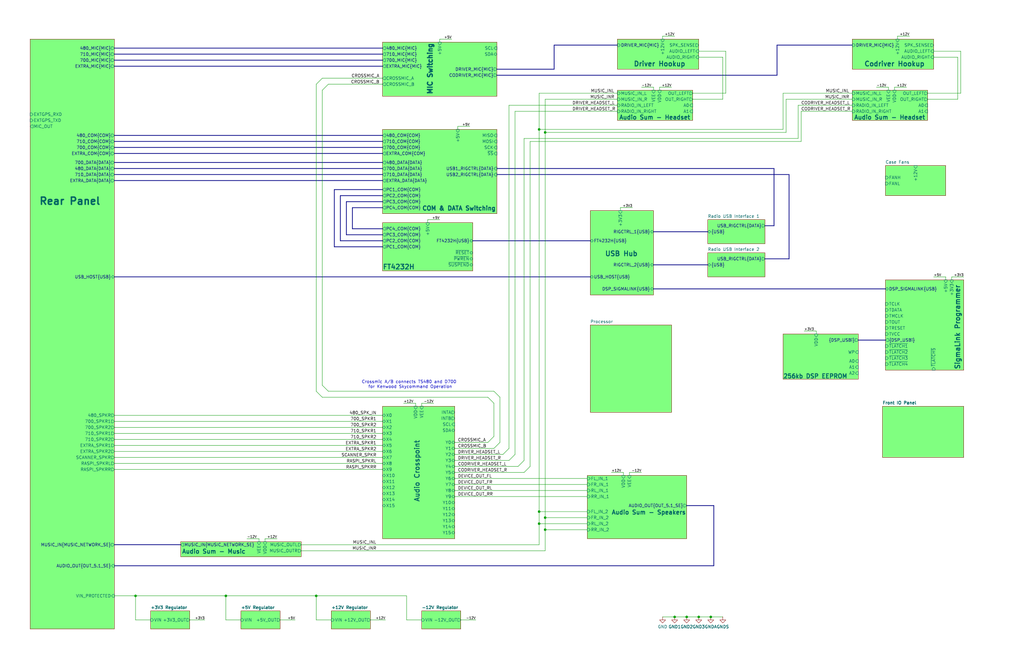
<source format=kicad_sch>
(kicad_sch (version 20250114) (generator "eeschema") (generator_version "9.0")
  (paper "B")
  (lib_symbols
    (symbol "power:GND" (power) (pin_numbers (hide yes)) (pin_names (offset 0) (hide yes))
      (property "Value" "GND" (at 0 -3.81 0))
      (symbol "GND_0_1"
        (polyline (pts (xy 0 0) (xy 0 -1.27) (xy 1.27 -1.27) (xy 0 -2.54) (xy -1.27 -1.27) (xy 0 -1.27)))
      )
      (symbol "GND_1_1"
        (pin power_in line (at 0 0 270) (length 0) (name "~") (number "1"))
      )
    )
    (symbol "power:GND1" (power) (pin_numbers (hide yes)) (pin_names (offset 0) (hide yes))
      (property "Value" "GND1" (at 0 -3.81 0))
      (symbol "GND1_0_1"
        (polyline (pts (xy 0 0) (xy 0 -1.27) (xy 1.27 -1.27) (xy 0 -2.54) (xy -1.27 -1.27) (xy 0 -1.27)))
      )
      (symbol "GND1_1_1"
        (pin power_in line (at 0 0 270) (length 0) (name "~") (number "1"))
      )
    )
    (symbol "power:GND2" (power) (pin_numbers (hide yes)) (pin_names (offset 0) (hide yes))
      (property "Value" "GND2" (at 0 -3.81 0))
      (symbol "GND2_0_1"
        (polyline (pts (xy 0 0) (xy 0 -1.27) (xy 1.27 -1.27) (xy 0 -2.54) (xy -1.27 -1.27) (xy 0 -1.27)))
      )
      (symbol "GND2_1_1"
        (pin power_in line (at 0 0 270) (length 0) (name "~") (number "1"))
      )
    )
    (symbol "power:GND3" (power) (pin_numbers (hide yes)) (pin_names (offset 0) (hide yes))
      (property "Value" "GND3" (at 0 -3.81 0))
      (symbol "GND3_0_1"
        (polyline (pts (xy 0 0) (xy 0 -1.27) (xy 1.27 -1.27) (xy 0 -2.54) (xy -1.27 -1.27) (xy 0 -1.27)))
      )
      (symbol "GND3_1_1"
        (pin power_in line (at 0 0 270) (length 0) (name "~") (number "1"))
      )
    )
    (symbol "power:GNDA" (power) (pin_numbers (hide yes)) (pin_names (offset 0) (hide yes))
      (property "Value" "GNDA" (at 0 -3.81 0))
      (symbol "GNDA_0_1"
        (polyline (pts (xy 0 0) (xy 0 -1.27) (xy 1.27 -1.27) (xy 0 -2.54) (xy -1.27 -1.27) (xy 0 -1.27)))
      )
      (symbol "GNDA_1_1"
        (pin power_in line (at 0 0 270) (length 0) (name "~") (number "1"))
      )
    )
    (symbol "power:GNDS" (power) (pin_numbers (hide yes)) (pin_names (offset 0) (hide yes))
      (property "Value" "GNDS" (at 0 -3.81 0))
      (symbol "GNDS_0_1"
        (polyline (pts (xy 0 0) (xy 0 -1.27) (xy 1.27 -1.27) (xy 0 -2.54) (xy -1.27 -1.27) (xy 0 -1.27)))
      )
      (symbol "GNDS_1_1"
        (pin power_in line (at 0 0 270) (length 0) (name "~") (number "1"))
      )
    )
  )
  (bus_alias "DSP_USBi" (members "TSCL" "TSDA" "~{RESET}"))
  (bus_alias "MUSIC_NETWORK_SE" (members "HL" "HR" "ML" "MR" "LL" "LR"))
  (text "0x34" (at 397.256 306.832 0) (effects (font (size 2.54 2.54) (thickness 0.508) (bold yes))))
  (text "Crossmic A/B connects TS480 and D700 \nfor Kenwood Skycommand Operation" (at 172.974 162.306 0) (effects (font (size 1.27 1.27))))
  (text "0x35" (at 317.246 306.578 0) (effects (font (size 2.54 2.54) (thickness 0.508) (bold yes))))
  (junction (at 229.87 55.88))
  (junction (at 57.15 251.46))
  (junction (at 331.47 281.94))
  (junction (at 229.87 223.52))
  (junction (at 227.33 215.9))
  (junction (at 133.35 251.46))
  (junction (at 294.64 260.35))
  (junction (at 289.56 260.35))
  (junction (at 227.33 54.61))
  (junction (at 299.72 260.35))
  (junction (at 389.89 303.53))
  (junction (at 95.25 251.46))
  (junction (at 411.48 281.94))
  (junction (at 229.87 218.44))
  (junction (at 284.48 260.35))
  (junction (at 227.33 220.98))
  (bus_entry (at 138.43 35.56) (size -2.54 2.54))
  (bus_entry (at 133.35 165.1) (size 2.54 2.54))
  (bus_entry (at 205.74 167.64) (size 2.54 2.54))
  (bus_entry (at 217.17 191.77) (size -2.54 2.54))
  (bus_entry (at 135.89 162.56) (size 2.54 2.54))
  (bus_entry (at 210.82 186.69) (size -2.54 2.54))
  (bus_entry (at 208.28 184.15) (size -2.54 2.54))
  (bus_entry (at 214.63 189.23) (size -2.54 2.54))
  (bus_entry (at 208.28 165.1) (size 2.54 2.54))
  (bus_entry (at 220.98 194.31) (size -2.54 2.54))
  (bus_entry (at 223.52 196.85) (size -2.54 2.54))
  (bus_entry (at 135.89 33.02) (size -2.54 2.54))
  (wire (pts (xy 48.26 180.34) (xy 161.29 180.34)))
  (bus (pts (xy 143.51 101.6) (xy 143.51 82.55)))
  (wire (pts (xy 265.43 199.39) (xy 270.51 199.39)))
  (wire (pts (xy 210.82 167.64) (xy 210.82 186.69)))
  (wire (pts (xy 109.22 227.33) (xy 104.14 227.33)))
  (wire (pts (xy 86.36 261.62) (xy 80.01 261.62)))
  (wire (pts (xy 48.26 251.46) (xy 57.15 251.46)))
  (bus (pts (xy 199.39 101.6) (xy 248.92 101.6)))
  (wire (pts (xy 48.26 193.04) (xy 161.29 193.04)))
  (wire (pts (xy 306.07 39.37) (xy 306.07 21.59)))
  (wire (pts (xy 309.88 303.53) (xy 312.42 303.53)))
  (bus (pts (xy 275.59 97.79) (xy 298.45 97.79)))
  (wire (pts (xy 175.26 170.18) (xy 170.18 170.18)))
  (wire (pts (xy 229.87 218.44) (xy 247.65 218.44)))
  (bus (pts (xy 48.26 68.58) (xy 161.29 68.58)))
  (bus (pts (xy 140.97 104.14) (xy 140.97 80.01)))
  (wire (pts (xy 344.17 139.7) (xy 344.17 140.97)))
  (bus (pts (xy 48.26 116.84) (xy 248.92 116.84)))
  (wire (pts (xy 374.65 36.83) (xy 369.57 36.83)))
  (wire (pts (xy 133.35 35.56) (xy 133.35 165.1)))
  (wire (pts (xy 111.76 227.33) (xy 111.76 228.6)))
  (wire (pts (xy 229.87 41.91) (xy 260.35 41.91)))
  (bus (pts (xy 275.59 111.76) (xy 298.45 111.76)))
  (wire (pts (xy 294.64 260.35) (xy 299.72 260.35)))
  (bus (pts (xy 161.29 104.14) (xy 140.97 104.14)))
  (bus (pts (xy 161.29 96.52) (xy 148.59 96.52)))
  (wire (pts (xy 411.48 281.94) (xy 416.56 281.94)))
  (wire (pts (xy 223.52 59.69) (xy 223.52 196.85)))
  (wire (pts (xy 330.2 39.37) (xy 330.2 54.61)))
  (wire (pts (xy 275.59 36.83) (xy 275.59 38.1)))
  (bus (pts (xy 359.41 19.05) (xy 327.66 19.05)))
  (wire (pts (xy 411.48 281.94) (xy 411.48 283.21)))
  (wire (pts (xy 214.63 44.45) (xy 260.35 44.45)))
  (wire (pts (xy 227.33 220.98) (xy 227.33 229.87)))
  (wire (pts (xy 403.86 41.91) (xy 403.86 24.13)))
  (wire (pts (xy 360.68 294.64) (xy 392.43 294.64)))
  (wire (pts (xy 261.62 87.63) (xy 261.62 88.9)))
  (wire (pts (xy 138.43 165.1) (xy 208.28 165.1)))
  (bus (pts (xy 373.38 143.51) (xy 361.95 143.51)))
  (wire (pts (xy 185.42 16.51) (xy 185.42 17.78)))
  (bus (pts (xy 148.59 87.63) (xy 161.29 87.63)))
  (wire (pts (xy 180.34 92.71) (xy 180.34 93.98)))
  (wire (pts (xy 306.07 21.59) (xy 294.64 21.59)))
  (wire (pts (xy 162.56 261.62) (xy 156.21 261.62)))
  (wire (pts (xy 391.16 39.37) (xy 405.13 39.37)))
  (wire (pts (xy 265.43 199.39) (xy 265.43 200.66)))
  (wire (pts (xy 336.55 58.42) (xy 336.55 44.45)))
  (wire (pts (xy 279.4 15.24) (xy 279.4 16.51)))
  (bus (pts (xy 48.26 20.32) (xy 161.29 20.32)))
  (wire (pts (xy 261.62 87.63) (xy 266.7 87.63)))
  (wire (pts (xy 389.89 303.53) (xy 392.43 303.53)))
  (wire (pts (xy 279.4 260.35) (xy 284.48 260.35)))
  (bus (pts (xy 233.68 19.05) (xy 233.68 29.21)))
  (wire (pts (xy 48.26 198.12) (xy 161.29 198.12)))
  (bus (pts (xy 326.39 95.25) (xy 326.39 71.12)))
  (wire (pts (xy 177.8 170.18) (xy 182.88 170.18)))
  (bus (pts (xy 161.29 99.06) (xy 146.05 99.06)))
  (wire (pts (xy 411.48 281.94) (xy 408.94 281.94)))
  (bus (pts (xy 48.26 71.12) (xy 161.29 71.12)))
  (wire (pts (xy 124.46 261.62) (xy 118.11 261.62)))
  (wire (pts (xy 284.48 260.35) (xy 289.56 260.35)))
  (bus (pts (xy 48.26 76.2) (xy 161.29 76.2)))
  (wire (pts (xy 227.33 215.9) (xy 227.33 220.98)))
  (wire (pts (xy 405.13 21.59) (xy 393.7 21.59)))
  (bus (pts (xy 48.26 27.94) (xy 161.29 27.94)))
  (bus (pts (xy 209.55 31.75) (xy 327.66 31.75)))
  (wire (pts (xy 191.77 189.23) (xy 208.28 189.23)))
  (wire (pts (xy 292.1 39.37) (xy 306.07 39.37)))
  (wire (pts (xy 133.35 261.62) (xy 139.7 261.62)))
  (wire (pts (xy 208.28 170.18) (xy 208.28 184.15)))
  (wire (pts (xy 279.4 15.24) (xy 284.48 15.24)))
  (wire (pts (xy 363.22 297.18) (xy 392.43 297.18)))
  (wire (pts (xy 262.89 199.39) (xy 257.81 199.39)))
  (bus (pts (xy 209.55 73.66) (xy 332.74 73.66)))
  (wire (pts (xy 228.6 294.64) (xy 312.42 294.64)))
  (wire (pts (xy 229.87 55.88) (xy 229.87 218.44)))
  (wire (pts (xy 48.26 175.26) (xy 161.29 175.26)))
  (bus (pts (xy 48.26 238.76) (xy 300.99 238.76)))
  (bus (pts (xy 209.55 29.21) (xy 233.68 29.21)))
  (wire (pts (xy 48.26 187.96) (xy 161.29 187.96)))
  (bus (pts (xy 48.26 59.69) (xy 161.29 59.69)))
  (wire (pts (xy 337.82 46.99) (xy 337.82 59.69)))
  (bus (pts (xy 300.99 238.76) (xy 300.99 213.36)))
  (wire (pts (xy 161.29 33.02) (xy 135.89 33.02)))
  (wire (pts (xy 389.89 300.99) (xy 389.89 303.53)))
  (wire (pts (xy 374.65 36.83) (xy 374.65 38.1)))
  (wire (pts (xy 336.55 44.45) (xy 359.41 44.45)))
  (wire (pts (xy 171.45 251.46) (xy 171.45 261.62)))
  (wire (pts (xy 191.77 199.39) (xy 220.98 199.39)))
  (wire (pts (xy 401.32 116.84) (xy 401.32 118.11)))
  (wire (pts (xy 220.98 58.42) (xy 336.55 58.42)))
  (wire (pts (xy 392.43 300.99) (xy 389.89 300.99)))
  (bus (pts (xy 332.74 73.66) (xy 332.74 109.22)))
  (wire (pts (xy 193.04 53.34) (xy 198.12 53.34)))
  (wire (pts (xy 177.8 170.18) (xy 177.8 171.45)))
  (wire (pts (xy 227.33 39.37) (xy 260.35 39.37)))
  (wire (pts (xy 48.26 190.5) (xy 161.29 190.5)))
  (wire (pts (xy 200.66 261.62) (xy 194.31 261.62)))
  (wire (pts (xy 262.89 199.39) (xy 262.89 200.66)))
  (wire (pts (xy 191.77 191.77) (xy 212.09 191.77)))
  (wire (pts (xy 331.47 281.94) (xy 336.55 281.94)))
  (wire (pts (xy 171.45 261.62) (xy 177.8 261.62)))
  (wire (pts (xy 331.47 55.88) (xy 229.87 55.88)))
  (wire (pts (xy 185.42 16.51) (xy 190.5 16.51)))
  (bus (pts (xy 143.51 82.55) (xy 161.29 82.55)))
  (wire (pts (xy 193.04 53.34) (xy 193.04 54.61)))
  (bus (pts (xy 146.05 99.06) (xy 146.05 85.09)))
  (wire (pts (xy 278.13 36.83) (xy 278.13 38.1)))
  (wire (pts (xy 57.15 261.62) (xy 57.15 251.46)))
  (wire (pts (xy 398.78 116.84) (xy 393.7 116.84)))
  (wire (pts (xy 48.26 177.8) (xy 161.29 177.8)))
  (bus (pts (xy 275.59 121.92) (xy 373.38 121.92)))
  (wire (pts (xy 378.46 15.24) (xy 378.46 16.51)))
  (wire (pts (xy 398.78 116.84) (xy 398.78 118.11)))
  (wire (pts (xy 403.86 24.13) (xy 393.7 24.13)))
  (wire (pts (xy 217.17 46.99) (xy 260.35 46.99)))
  (wire (pts (xy 95.25 261.62) (xy 101.6 261.62)))
  (bus (pts (xy 148.59 96.52) (xy 148.59 87.63)))
  (wire (pts (xy 289.56 260.35) (xy 294.64 260.35)))
  (wire (pts (xy 278.13 36.83) (xy 283.21 36.83)))
  (wire (pts (xy 227.33 54.61) (xy 227.33 39.37)))
  (wire (pts (xy 229.87 223.52) (xy 247.65 223.52)))
  (wire (pts (xy 95.25 251.46) (xy 133.35 251.46)))
  (wire (pts (xy 217.17 46.99) (xy 217.17 191.77)))
  (wire (pts (xy 307.34 300.99) (xy 312.42 300.99)))
  (wire (pts (xy 299.72 260.35) (xy 304.8 260.35)))
  (bus (pts (xy 300.99 213.36) (xy 289.56 213.36)))
  (wire (pts (xy 191.77 194.31) (xy 214.63 194.31)))
  (bus (pts (xy 161.29 101.6) (xy 143.51 101.6)))
  (wire (pts (xy 175.26 170.18) (xy 175.26 171.45)))
  (bus (pts (xy 48.26 25.4) (xy 161.29 25.4)))
  (wire (pts (xy 48.26 185.42) (xy 161.29 185.42)))
  (wire (pts (xy 331.47 281.94) (xy 331.47 283.21)))
  (wire (pts (xy 214.63 44.45) (xy 214.63 189.23)))
  (wire (pts (xy 330.2 54.61) (xy 227.33 54.61)))
  (wire (pts (xy 109.22 227.33) (xy 109.22 228.6)))
  (wire (pts (xy 229.87 223.52) (xy 229.87 232.41)))
  (wire (pts (xy 191.77 207.01) (xy 247.65 207.01)))
  (wire (pts (xy 220.98 58.42) (xy 220.98 194.31)))
  (bus (pts (xy 327.66 19.05) (xy 327.66 31.75)))
  (wire (pts (xy 328.93 281.94) (xy 328.93 283.21)))
  (wire (pts (xy 408.94 281.94) (xy 408.94 283.21)))
  (wire (pts (xy 48.26 195.58) (xy 161.29 195.58)))
  (wire (pts (xy 135.89 38.1) (xy 135.89 162.56)))
  (bus (pts (xy 326.39 71.12) (xy 209.55 71.12)))
  (wire (pts (xy 331.47 281.94) (xy 328.93 281.94)))
  (wire (pts (xy 63.5 261.62) (xy 57.15 261.62)))
  (wire (pts (xy 405.13 39.37) (xy 405.13 21.59)))
  (wire (pts (xy 304.8 24.13) (xy 294.64 24.13)))
  (wire (pts (xy 337.82 46.99) (xy 359.41 46.99)))
  (bus (pts (xy 322.58 95.25) (xy 326.39 95.25)))
  (wire (pts (xy 180.34 92.71) (xy 185.42 92.71)))
  (wire (pts (xy 227.33 54.61) (xy 227.33 215.9)))
  (wire (pts (xy 191.77 196.85) (xy 218.44 196.85)))
  (wire (pts (xy 227.33 215.9) (xy 247.65 215.9)))
  (wire (pts (xy 309.88 306.07) (xy 309.88 303.53)))
  (wire (pts (xy 292.1 41.91) (xy 304.8 41.91)))
  (wire (pts (xy 191.77 209.55) (xy 247.65 209.55)))
  (wire (pts (xy 401.32 116.84) (xy 406.4 116.84)))
  (wire (pts (xy 377.19 36.83) (xy 377.19 38.1)))
  (bus (pts (xy 260.35 19.05) (xy 233.68 19.05)))
  (bus (pts (xy 48.26 64.77) (xy 161.29 64.77)))
  (bus (pts (xy 332.74 109.22) (xy 322.58 109.22)))
  (bus (pts (xy 146.05 85.09) (xy 161.29 85.09)))
  (wire (pts (xy 95.25 251.46) (xy 95.25 261.62)))
  (wire (pts (xy 359.41 41.91) (xy 331.47 41.91)))
  (wire (pts (xy 191.77 204.47) (xy 247.65 204.47)))
  (bus (pts (xy 48.26 62.23) (xy 161.29 62.23)))
  (wire (pts (xy 391.16 41.91) (xy 403.86 41.91)))
  (bus (pts (xy 48.26 57.15) (xy 161.29 57.15)))
  (wire (pts (xy 304.8 41.91) (xy 304.8 24.13)))
  (wire (pts (xy 161.29 35.56) (xy 138.43 35.56)))
  (wire (pts (xy 127 232.41) (xy 229.87 232.41)))
  (wire (pts (xy 227.33 220.98) (xy 247.65 220.98)))
  (wire (pts (xy 344.17 139.7) (xy 339.09 139.7)))
  (wire (pts (xy 57.15 251.46) (xy 95.25 251.46)))
  (wire (pts (xy 359.41 39.37) (xy 330.2 39.37)))
  (bus (pts (xy 140.97 80.01) (xy 161.29 80.01)))
  (wire (pts (xy 228.6 297.18) (xy 312.42 297.18)))
  (wire (pts (xy 389.89 306.07) (xy 389.89 303.53)))
  (wire (pts (xy 331.47 41.91) (xy 331.47 55.88)))
  (wire (pts (xy 48.26 182.88) (xy 161.29 182.88)))
  (wire (pts (xy 133.35 251.46) (xy 133.35 261.62)))
  (wire (pts (xy 127 229.87) (xy 227.33 229.87)))
  (wire (pts (xy 337.82 59.69) (xy 223.52 59.69)))
  (wire (pts (xy 135.89 167.64) (xy 205.74 167.64)))
  (wire (pts (xy 229.87 218.44) (xy 229.87 223.52)))
  (wire (pts (xy 377.19 36.83) (xy 382.27 36.83)))
  (wire (pts (xy 229.87 41.91) (xy 229.87 55.88)))
  (wire (pts (xy 191.77 201.93) (xy 247.65 201.93)))
  (wire (pts (xy 133.35 251.46) (xy 171.45 251.46)))
  (bus (pts (xy 48.26 73.66) (xy 161.29 73.66)))
  (wire (pts (xy 378.46 15.24) (xy 383.54 15.24)))
  (wire (pts (xy 191.77 186.69) (xy 205.74 186.69)))
  (bus (pts (xy 48.26 22.86) (xy 161.29 22.86)))
  (wire (pts (xy 111.76 227.33) (xy 116.84 227.33)))
  (bus (pts (xy 48.26 229.87) (xy 76.2 229.87)))
  (wire (pts (xy 275.59 36.83) (xy 270.51 36.83)))
  (image (at 82.55 341.63))
  (image (at -111.76 157.48))
  (label "AUDIO_OUT_TODSP_RIGHT" (at 391.16 297.18 180))
  (label "CODRIVER_HEADSET_R" (at 193.04 199.39 0))
  (label "700_SPKR2" (at 158.75 180.34 180))
  (label "+5V" (at 124.46 261.62 180) (effects (font (size 1 1))))
  (label "CROSSMIC_A" (at 193.04 186.69 0))
  (label "+3V3" (at 339.09 139.7 0) (effects (font (size 1 1))))
  (label "DEVICE_OUT_FR" (at 193.04 204.47 0))
  (label "-12V" (at 104.14 227.33 0) (effects (font (size 1 1))))
  (label "710_SPKR1" (at 158.75 182.88 180))
  (label "MUSIC_INL" (at 158.75 229.87 180))
  (label "+3V3" (at 406.4 116.84 180) (effects (font (size 1 1))))
  (label "+5V" (at 307.34 300.99 0) (effects (font (size 1 1))))
  (label "AUDIO_OUT_TODSP_CENTER" (at 311.15 294.64 180))
  (label "CROSSMIC_A" (at 160.02 33.02 180))
  (label "+5V" (at 393.7 116.84 0) (effects (font (size 1 1))))
  (label "MUSIC_INR" (at 358.14 41.91 180))
  (label "+12V" (at 382.27 36.83 180) (effects (font (size 1 1))))
  (label "+5V" (at 190.5 16.51 180) (effects (font (size 1 1))))
  (label "480_SPK_IN" (at 158.75 175.26 180))
  (label "+12V" (at 170.18 170.18 0) (effects (font (size 1 1))))
  (label "DRIVER_HEADSET_R" (at 193.04 194.31 0))
  (label "DEVICE_OUT_FL" (at 193.04 201.93 0))
  (label "+12V" (at 116.84 227.33 180) (effects (font (size 1 1))))
  (label "-12V" (at 270.51 36.83 0) (effects (font (size 1 1))))
  (label "CODRIVER_HEADSET_L" (at 337.82 44.45 0))
  (label "+12V" (at 283.21 36.83 180) (effects (font (size 1 1))))
  (label "DRIVER_HEADSET_L" (at 193.04 191.77 0))
  (label "+3V3" (at 336.55 281.94 180) (effects (font (size 1 1))))
  (label "+5V" (at 185.42 92.71 180) (effects (font (size 1 1))))
  (label "+5V" (at 198.12 53.34 180) (effects (font (size 1 1))))
  (label "CODRIVER_HEADSET_L" (at 193.04 196.85 0))
  (label "-12V" (at 200.66 261.62 180) (effects (font (size 1 1))))
  (label "RASPI_SPKRR" (at 158.75 198.12 180))
  (label "SCANNER_SPKR" (at 158.75 193.04 180))
  (label "+12V" (at 257.81 199.39 0) (effects (font (size 1 1))))
  (label "+12V" (at 284.48 15.24 180) (effects (font (size 1 1))))
  (label "AUDIO_OUT_TODSP_LEFT" (at 391.16 294.64 180))
  (label "+3V3" (at 86.36 261.62 180) (effects (font (size 1 1))))
  (label "+3V3" (at 416.56 281.94 180) (effects (font (size 1 1))))
  (label "DRIVER_HEADSET_R" (at 241.3 46.99 0))
  (label "+12V" (at 383.54 15.24 180) (effects (font (size 1 1))))
  (label "AUDIO_OUT_TODSP_SUB" (at 311.15 297.18 180))
  (label "+12V" (at 162.56 261.62 180) (effects (font (size 1 1))))
  (label "-12V" (at 369.57 36.83 0) (effects (font (size 1 1))))
  (label "MUSIC_INR" (at 158.75 232.41 180))
  (label "-12V" (at 270.51 199.39 180) (effects (font (size 1 1))))
  (label "DEVICE_OUT_RL" (at 193.04 207.01 0))
  (label "MUSIC_INL" (at 259.08 39.37 180))
  (label "MUSIC_INR" (at 259.08 41.91 180))
  (label "CROSSMIC_B" (at 160.02 35.56 180))
  (label "CROSSMIC_B" (at 193.04 189.23 0))
  (label "MUSIC_INL" (at 358.14 39.37 180))
  (label "710_SPKR2" (at 158.75 185.42 180))
  (label "EXTRA_SPKR1" (at 158.75 187.96 180))
  (label "DRIVER_HEADSET_L" (at 241.3 44.45 0))
  (label "EXTRA_SPKR2" (at 158.75 190.5 180))
  (label "RASPI_SPKRL" (at 158.75 195.58 180))
  (label "-12V" (at 182.88 170.18 180) (effects (font (size 1 1))))
  (label "DEVICE_OUT_RR" (at 193.04 209.55 0))
  (label "+3V3" (at 266.7 87.63 180) (effects (font (size 1 1))))
  (label "CODRIVER_HEADSET_R" (at 337.82 46.99 0))
  (label "700_SPKR1" (at 158.75 177.8 180))
  (symbol (lib_id "power:GNDS") (at 304.8 260.35 0) (unit 1)
    (property "Reference" "#PWR0145" (effects (hide yes)))
    (property "Value" "GNDS" (at 304.8 264.4831 0))
    (property "Description" "Power symbol creates a global label with name \"GNDS\" , signal ground" (effects (hide yes)))
  )
  (symbol (lib_id "power:GNDA") (at 299.72 260.35 0) (unit 1)
    (property "Reference" "#PWR0144" (effects (hide yes)))
    (property "Value" "GNDA" (at 299.72 264.4831 0))
    (property "Description" "Power symbol creates a global label with name \"GNDA\" , analog ground" (effects (hide yes)))
  )
  (symbol (lib_id "power:GND") (at 309.88 306.07 0) (mirror y) (unit 1)
    (property "Reference" "#PWR0827" (effects (hide yes)))
    (property "Value" "GND" (effects (hide yes)))
    (property "Description" "Power symbol creates a global label with name \"GND\" , ground" (effects (hide yes)))
  )
  (symbol (lib_id "power:GND") (at 389.89 306.07 0) (mirror y) (unit 1)
    (property "Reference" "#PWR0826" (effects (hide yes)))
    (property "Value" "GND" (effects (hide yes)))
    (property "Description" "Power symbol creates a global label with name \"GND\" , ground" (effects (hide yes)))
  )
  (symbol (lib_id "power:GND2") (at 289.56 260.35 0) (unit 1)
    (property "Reference" "#PWR0142" (effects (hide yes)))
    (property "Value" "GND2" (at 289.56 264.4831 0))
    (property "Description" "Power symbol creates a global label with name \"GND2\" , ground" (effects (hide yes)))
  )
  (symbol (lib_id "power:GND3") (at 294.64 260.35 0) (unit 1)
    (property "Reference" "#PWR0143" (effects (hide yes)))
    (property "Value" "GND3" (at 294.64 264.4831 0))
    (property "Description" "Power symbol creates a global label with name \"GND3\" , ground" (effects (hide yes)))
  )
  (symbol (lib_id "power:GND1") (at 284.48 260.35 0) (unit 1)
    (property "Reference" "#PWR057" (effects (hide yes)))
    (property "Value" "GND1" (at 284.48 264.4831 0))
    (property "Description" "Power symbol creates a global label with name \"GND1\" , ground" (effects (hide yes)))
  )
  (symbol (lib_id "power:GND") (at 279.4 260.35 0) (unit 1)
    (property "Reference" "#PWR056" (effects (hide yes)))
    (property "Value" "GND" (at 279.4 264.4831 0))
    (property "Description" "Power symbol creates a global label with name \"GND\" , ground" (effects (hide yes)))
  )
  (sheet (at 161.29 17.78) (size 48.26 22.86) (stroke (width 0.1524)) (fill (color 128 255 128 1.0000))
    (property "Sheetname" "MIC Switching" (at 181.356 28.956 90) (effects (font (size 2.032 2.032) (thickness 0.508) (bold yes))))
    (property "Sheetfile" "MIC_SWITCHING.kicad_sch" (effects (hide yes)))
    (pin "+5V" input (at 185.42 17.78 90))
    (pin "480_MIC{MIC}" output (at 161.29 20.32 180))
    (pin "700_MIC{MIC}" output (at 161.29 25.4 180))
    (pin "710_MIC{MIC}" output (at 161.29 22.86 180))
    (pin "EXTRA_MIC{MIC}" output (at 161.29 27.94 180))
    (pin "CODRIVER_MIC{MIC}" output (at 209.55 31.75 0))
    (pin "DRIVER_MIC{MIC}" output (at 209.55 29.21 0))
    (pin "CROSSMIC_A" output (at 161.29 33.02 180))
    (pin "CROSSMIC_B" output (at 161.29 35.56 180))
    (pin "SCL" input (at 209.55 20.32 0))
    (pin "SDA" bidirectional (at 209.55 22.86 0))
  )
  (sheet (at 139.7 257.81) (size 16.51 7.62) (stroke (width 0.1524)) (fill (color 128 255 128 1.0000))
    (property "Sheetname" "+12V Regulator" (at 139.7 257.0984 0) (effects (font (thickness 0.254) (bold yes)) (justify left bottom)))
    (property "Sheetfile" "PSU_12V_R-78.kicad_sch" (effects (hide yes)))
    (pin "VIN" input (at 139.7 261.62 180))
    (pin "+12V_OUT" output (at 156.21 261.62 0))
  )
  (sheet (at 76.2 228.6) (size 50.8 6.35) (stroke (width 0.1524)) (fill (color 128 255 128 1.0000))
    (property "Sheetname" "Audio Sum - Music" (at 90.17 231.648 0) (effects (font (size 1.778 1.778) (thickness 0.3556) (bold yes)) (justify top)))
    (property "Sheetfile" "Audio_Sum_Music.kicad_sch" (effects (hide yes)))
    (pin "MUSIC_OUTL" output (at 127 229.87 0))
    (pin "MUSIC_OUTR" output (at 127 232.41 0))
    (pin "MUSIC_IN{MUSIC_NETWORK_SE}" output (at 76.2 229.87 180))
    (pin "VDD" input (at 111.76 228.6 90))
    (pin "VEE" input (at 109.22 228.6 90))
  )
  (sheet (at 260.35 16.51) (size 34.29 12.7) (stroke (width 0.1524)) (fill (color 128 255 128 1.0000))
    (property "Sheetname" "Driver Hookup" (at 278.13 26.924 0) (effects (font (size 2.032 2.032) (thickness 0.4064) (bold yes))))
    (property "Sheetfile" "Headset.kicad_sch" (effects (hide yes)))
    (pin "+12V" input (at 279.4 16.51 90))
    (pin "AUDIO_LEFT" input (at 294.64 21.59 0))
    (pin "AUDIO_RIGHT" input (at 294.64 24.13 0))
    (pin "SPK_SENSE" output (at 294.64 19.05 0))
    (pin "DRIVER_MIC{MIC}" input (at 260.35 19.05 180))
  )
  (sheet (at 312.42 283.21) (size 35.56 26.67) (stroke (width 0.1524)) (fill (color 128 255 128 1.0000))
    (property "Sheetname" "DSP - ADAU1401" (at 334.01 300.482 0) (effects (font (size 2.032 2.032) (thickness 0.4064) (bold yes))))
    (property "Sheetfile" "DSP_ADAU1701.kicad_sch" (effects (hide yes)))
    (pin "AIN0" input (at 312.42 294.64 180))
    (pin "AIN1" input (at 312.42 297.18 180))
    (pin "AVDD" input (at 328.93 283.21 90))
    (pin "DAC0_OUT" output (at 347.98 285.75 0))
    (pin "DAC1_OUT" output (at 347.98 288.29 0))
    (pin "DAC2_OUT" output (at 347.98 290.83 0))
    (pin "DAC3_OUT" output (at 347.98 293.37 0))
    (pin "DVDD" input (at 331.47 283.21 90))
    (pin "~{RESET}" input (at 312.42 290.83 180))
    (pin "A0" input (at 312.42 300.99 180))
    (pin "A1" input (at 312.42 303.53 180))
    (pin "CLATCH" input (at 312.42 287.02 180))
    (pin "{DSP_USBi}" output (at 312.42 284.48 180))
  )
  (sheet (at 298.45 106.68) (size 24.13 10.16) (stroke (width 0.1524)) (fill (color 128 255 128 1.0000))
    (property "Sheetname" "Radio USB Interface 2" (at 298.45 105.9684 0) (effects (justify left bottom)))
    (property "Sheetfile" "signalink.kicad_sch" (effects (hide yes)))
    (pin "{USB}" bidirectional (at 298.45 111.76 180))
    (pin "USB_RIGCTRL{DATA}" output (at 322.58 109.22 0))
  )
  (sheet (at 63.5 257.81) (size 16.51 7.62) (stroke (width 0.1524)) (fill (color 128 255 128 1.0000))
    (property "Sheetname" "+3V3 Regulator" (at 63.5 257.0984 0) (effects (font (thickness 0.254) (bold yes)) (justify left bottom)))
    (property "Sheetfile" "PSU_3V_R-78.kicad_sch" (effects (hide yes)))
    (pin "VIN" input (at 63.5 261.62 180))
    (pin "+3V3_OUT" output (at 80.01 261.62 0))
  )
  (sheet (at 177.8 257.81) (size 16.51 7.62) (stroke (width 0.1524)) (fill (color 128 255 128 1.0000))
    (property "Sheetname" "-12V Regulator" (at 177.8 257.0984 0) (effects (font (thickness 0.254) (bold yes)) (justify left bottom)))
    (property "Sheetfile" "PSU_-12V_TL497.kicad_sch" (effects (hide yes)))
    (pin "VIN" input (at 177.8 261.62 180))
    (pin "-12V_OUT" output (at 194.31 261.62 0))
  )
  (sheet (at 248.92 88.9) (size 26.67 35.56) (stroke (width 0.1524)) (fill (color 128 255 128 1.0000))
    (property "Sheetname" "USB Hub" (at 255.016 108.204 0) (effects (font (size 2.032 2.032) (thickness 0.4064) (bold yes)) (justify left bottom)))
    (property "Sheetfile" "USB_Hub.kicad_sch" (effects (hide yes)))
    (pin "+3V3" input (at 261.62 88.9 90))
    (pin "USB_HOST{USB}" bidirectional (at 248.92 116.84 180))
    (pin "FT4232H{USB}" bidirectional (at 248.92 101.6 180))
    (pin "DSP_SIGMALINK{USB}" bidirectional (at 275.59 121.92 0))
    (pin "RIGCTRL_1{USB}" bidirectional (at 275.59 97.79 0))
    (pin "RIGCTRL_2{USB}" bidirectional (at 275.59 111.76 0))
  )
  (sheet (at 260.35 38.1) (size 31.75 12.7) (stroke (width 0.1524)) (fill (color 128 255 128 1.0000))
    (property "Sheetname" "Audio Sum - Headset" (at 276.098 50.546 0) (effects (font (size 1.778 1.778) (thickness 0.3556) (bold yes)) (justify bottom)))
    (property "Sheetfile" "Audio_Sum_HEADSET.kicad_sch" (effects (hide yes)))
    (pin "VDD" input (at 278.13 38.1 90))
    (pin "VEE" input (at 275.59 38.1 90))
    (pin "A0" input (at 292.1 44.45 0))
    (pin "A1" input (at 292.1 46.99 0))
    (pin "OUT_LEFT" output (at 292.1 39.37 0))
    (pin "OUT_RIGHT" output (at 292.1 41.91 0))
    (pin "MUSIC_IN_L" input (at 260.35 39.37 180))
    (pin "MUSIC_IN_R" input (at 260.35 41.91 180))
    (pin "RADIO_IN_LEFT" input (at 260.35 44.45 180))
    (pin "RADIO_IN_RIGHT" input (at 260.35 46.99 180))
  )
  (sheet (at 247.65 200.66) (size 41.91 26.67) (stroke (width 0.1524)) (fill (color 128 255 128 1.0000))
    (property "Sheetname" "Audio Sum - Speakers" (at 273.558 215.138 0) (effects (font (size 1.778 1.778) (thickness 0.3556) (bold yes)) (justify top)))
    (property "Sheetfile" "Audio_Sum_SPKR.kicad_sch" (effects (hide yes)))
    (pin "VDD" input (at 262.89 200.66 90))
    (pin "VEE" input (at 265.43 200.66 90))
    (pin "FL_IN_1" input (at 247.65 201.93 180))
    (pin "FL_IN_2" input (at 247.65 215.9 180))
    (pin "FR_IN_1" input (at 247.65 204.47 180))
    (pin "FR_IN_2" input (at 247.65 218.44 180))
    (pin "RL_IN_1" input (at 247.65 207.01 180))
    (pin "RL_IN_2" input (at 247.65 220.98 180))
    (pin "RR_IN_1" input (at 247.65 209.55 180))
    (pin "RR_IN_2" input (at 247.65 223.52 180))
    (pin "AUDIO_OUT{OUT_5.1_SE}" output (at 289.56 213.36 0))
  )
  (sheet (at 101.6 257.81) (size 16.51 7.62) (stroke (width 0.1524)) (fill (color 128 255 128 1.0000))
    (property "Sheetname" "+5V Regulator" (at 101.6 257.0984 0) (effects (font (thickness 0.254) (bold yes)) (justify left bottom)))
    (property "Sheetfile" "PSU_5V_R-78.kicad_sch" (effects (hide yes)))
    (pin "+5V_OUT" output (at 118.11 261.62 0))
    (pin "VIN" input (at 101.6 261.62 180))
  )
  (sheet (at 372.11 171.45) (size 34.29 21.59) (stroke (width 0.1524)) (fill (color 128 255 128 1.0000))
    (property "Sheetname" "Front IO Panel" (at 372.11 170.7384 0) (effects (font (thickness 0.254) (bold yes)) (justify left bottom)))
    (property "Sheetfile" "FrontPanel.kicad_sch" (effects (hide yes)))
  )
  (sheet (at 359.41 16.51) (size 34.29 12.7) (stroke (width 0.1524)) (fill (color 128 255 128 1.0000))
    (property "Sheetname" "Codriver Hookup" (at 377.19 26.924 0) (effects (font (size 2.032 2.032) (thickness 0.4064) (bold yes))))
    (property "Sheetfile" "Headset.kicad_sch" (effects (hide yes)))
    (pin "+12V" input (at 378.46 16.51 90))
    (pin "AUDIO_LEFT" input (at 393.7 21.59 0))
    (pin "AUDIO_RIGHT" input (at 393.7 24.13 0))
    (pin "SPK_SENSE" output (at 393.7 19.05 0))
    (pin "DRIVER_MIC{MIC}" input (at 359.41 19.05 180))
  )
  (sheet (at 392.43 283.21) (size 35.56 26.67) (stroke (width 0.1524)) (fill (color 128 255 128 1.0000))
    (property "Sheetname" "DSP - ADAU1401" (at 414.02 300.482 0) (effects (font (size 2.032 2.032) (thickness 0.4064) (bold yes))))
    (property "Sheetfile" "DSP_ADAU1701.kicad_sch" (effects (hide yes)))
    (pin "AIN0" input (at 392.43 294.64 180))
    (pin "AIN1" input (at 392.43 297.18 180))
    (pin "AVDD" input (at 408.94 283.21 90))
    (pin "DAC0_OUT" output (at 427.99 285.75 0))
    (pin "DAC1_OUT" output (at 427.99 288.29 0))
    (pin "DAC2_OUT" output (at 427.99 290.83 0))
    (pin "DAC3_OUT" output (at 427.99 293.37 0))
    (pin "DVDD" input (at 411.48 283.21 90))
    (pin "~{RESET}" input (at 392.43 290.83 180))
    (pin "A0" input (at 392.43 300.99 180))
    (pin "A1" input (at 392.43 303.53 180))
    (pin "CLATCH" input (at 392.43 287.02 180))
    (pin "{DSP_USBi}" output (at 392.43 284.48 180))
  )
  (sheet (at 373.38 118.11) (size 33.02 38.1) (stroke (width 0.1524)) (fill (color 128 255 128 1.0000))
    (property "Sheetname" "SigmaLink Programmer" (at 402.59 155.956 90) (effects (font (size 2.032 2.032) (thickness 0.4064) (bold yes)) (justify left top)))
    (property "Sheetfile" "SigmaLink-USBi.kicad_sch" (effects (hide yes)))
    (pin "+3V3" input (at 401.32 118.11 90))
    (pin "+5V" input (at 398.78 118.11 90))
    (pin "TCLK" input (at 373.38 128.27 180))
    (pin "TDATA" input (at 373.38 130.81 180))
    (pin "TMCLK" input (at 373.38 133.35 180))
    (pin "TOUT" input (at 373.38 135.89 180))
    (pin "TRESET" input (at 373.38 138.43 180))
    (pin "TVCC" input (at 373.38 140.97 180))
    (pin "{DSP_USBi}" output (at 373.38 143.51 180))
    (pin "~{TLATCH1}" input (at 373.38 146.05 180))
    (pin "~{TLATCH2}" input (at 373.38 148.59 180))
    (pin "~{TLATCH3}" input (at 373.38 151.13 180))
    (pin "~{TLATCH4}" input (at 373.38 153.67 180))
    (pin "DSP_SIGMALINK{USB}" bidirectional (at 373.38 121.92 180))
    (pin "~{TLATCH5}" input (at 393.7 156.21 270))
  )
  (sheet (at 161.29 54.61) (size 48.26 35.56) (stroke (width 0.1524)) (fill (color 128 255 128 1.0000))
    (property "Sheetname" "COM & DATA Switching" (at 193.548 87.884 0) (effects (font (size 1.778 1.778) (thickness 0.4064) (bold yes))))
    (property "Sheetfile" "COM_DATA_Switching.kicad_sch" (effects (hide yes)))
    (pin "+5V" input (at 193.04 54.61 90))
    (pin "480_COM{COM}" output (at 161.29 57.15 180))
    (pin "700_COM{COM}" output (at 161.29 62.23 180))
    (pin "710_COM{COM}" output (at 161.29 59.69 180))
    (pin "EXTRA_COM{COM}" output (at 161.29 64.77 180))
    (pin "PC1_COM{COM}" output (at 161.29 80.01 180))
    (pin "PC2_COM{COM}" output (at 161.29 82.55 180))
    (pin "PC3_COM{COM}" output (at 161.29 85.09 180))
    (pin "PC4_COM{COM}" output (at 161.29 87.63 180))
    (pin "480_DATA{DATA}" output (at 161.29 68.58 180))
    (pin "700_DATA{DATA}" output (at 161.29 71.12 180))
    (pin "710_DATA{DATA}" output (at 161.29 73.66 180))
    (pin "EXTRA_DATA{DATA}" output (at 161.29 76.2 180))
    (pin "MISO" input (at 209.55 57.15 0))
    (pin "MOSI" input (at 209.55 59.69 0))
    (pin "SCK" input (at 209.55 62.23 0))
    (pin "~{SS}" input (at 209.55 64.77 0))
    (pin "USB1_RIGCTRL{DATA}" input (at 209.55 71.12 0))
    (pin "USB2_RIGCTRL{DATA}" input (at 209.55 73.66 0))
  )
  (sheet (at 248.92 137.16) (size 34.29 36.83) (stroke (width 0.1524)) (fill (color 128 255 128 1.0000))
    (property "Sheetname" "Processor" (at 248.92 136.4484 0) (effects (justify left bottom)))
    (property "Sheetfile" "Processor.kicad_sch" (effects (hide yes)))
  )
  (sheet (at 161.29 93.98) (size 38.1 20.32) (stroke (width 0.1524)) (fill (color 128 255 128 1.0000))
    (property "Sheetname" "FT4232H" (at 161.29 113.792 0) (effects (font (size 2.032 2.032) (thickness 0.4064) (bold yes)) (justify left bottom)))
    (property "Sheetfile" "FT4232.kicad_sch" (effects (hide yes)))
    (pin "PC1_COM{COM}" output (at 161.29 104.14 180))
    (pin "PC2_COM{COM}" output (at 161.29 101.6 180))
    (pin "PC3_COM{COM}" output (at 161.29 99.06 180))
    (pin "PC4_COM{COM}" output (at 161.29 96.52 180))
    (pin "+5V" input (at 180.34 93.98 90))
    (pin "~{PWREN}" bidirectional (at 199.39 109.22 0))
    (pin "~{RESET}" bidirectional (at 199.39 106.68 0))
    (pin "~{SUSPEND}" bidirectional (at 199.39 111.76 0))
    (pin "FT4232H{USB}" bidirectional (at 199.39 101.6 0))
  )
  (sheet (at 373.38 69.85) (size 25.4 12.7) (stroke (width 0.1524)) (fill (color 128 255 128 1.0000))
    (property "Sheetname" "Case Fans" (at 373.38 69.1384 0) (effects (justify left bottom)))
    (property "Sheetfile" "Fans.kicad_sch" (effects (hide yes)))
    (pin "+12V" input (at 386.08 69.85 90))
    (pin "FANH" input (at 373.38 74.93 180))
    (pin "FANL" input (at 373.38 77.47 180))
  )
  (sheet (at 161.29 171.45) (size 30.48 55.88) (stroke (width 0.1524)) (fill (color 128 255 128 1.0000))
    (property "Sheetname" "Audio Crosspoint" (at 177.038 211.836 90) (effects (font (size 2.032 2.032) (thickness 0.3556) (bold yes)) (justify left bottom)))
    (property "Sheetfile" "MT8816.kicad_sch" (effects (hide yes)))
    (pin "INTA" output (at 191.77 173.99 0))
    (pin "INTB" output (at 191.77 176.53 0))
    (pin "SCL" input (at 191.77 179.07 0))
    (pin "SDA" bidirectional (at 191.77 181.61 0))
    (pin "VDD" input (at 175.26 171.45 90))
    (pin "VEE" input (at 177.8 171.45 90))
    (pin "X0" bidirectional (at 161.29 175.26 180))
    (pin "X1" bidirectional (at 161.29 177.8 180))
    (pin "X2" bidirectional (at 161.29 180.34 180))
    (pin "X3" bidirectional (at 161.29 182.88 180))
    (pin "X4" bidirectional (at 161.29 185.42 180))
    (pin "X5" bidirectional (at 161.29 187.96 180))
    (pin "X6" bidirectional (at 161.29 190.5 180))
    (pin "X7" bidirectional (at 161.29 193.04 180))
    (pin "X8" bidirectional (at 161.29 195.58 180))
    (pin "X9" bidirectional (at 161.29 198.12 180))
    (pin "X10" bidirectional (at 161.29 200.66 180))
    (pin "X11" bidirectional (at 161.29 203.2 180))
    (pin "X12" bidirectional (at 161.29 205.74 180))
    (pin "X13" bidirectional (at 161.29 208.28 180))
    (pin "X14" bidirectional (at 161.29 210.82 180))
    (pin "X15" bidirectional (at 161.29 213.36 180))
    (pin "Y0" bidirectional (at 191.77 186.69 0))
    (pin "Y1" bidirectional (at 191.77 189.23 0))
    (pin "Y2" bidirectional (at 191.77 191.77 0))
    (pin "Y3" bidirectional (at 191.77 194.31 0))
    (pin "Y4" bidirectional (at 191.77 196.85 0))
    (pin "Y5" bidirectional (at 191.77 199.39 0))
    (pin "Y6" bidirectional (at 191.77 201.93 0))
    (pin "Y7" bidirectional (at 191.77 204.47 0))
    (pin "Y8" bidirectional (at 191.77 207.01 0))
    (pin "Y9" bidirectional (at 191.77 209.55 0))
    (pin "Y10" bidirectional (at 191.77 212.09 0))
    (pin "Y11" bidirectional (at 191.77 214.63 0))
    (pin "Y12" bidirectional (at 191.77 217.17 0))
    (pin "Y13" bidirectional (at 191.77 219.71 0))
    (pin "Y14" bidirectional (at 191.77 222.25 0))
    (pin "Y15" bidirectional (at 191.77 224.79 0))
  )
  (sheet (at 330.2 140.97) (size 31.75 19.05) (stroke (width 0.1524)) (fill (color 128 255 128 1.0000))
    (property "Sheetname" "256kb DSP EEPROM" (at 330.2 159.766 0) (effects (font (size 1.778 1.778) (thickness 0.3556) (bold yes)) (justify left bottom)))
    (property "Sheetfile" "EEPROM_DSP.kicad_sch" (effects (hide yes)))
    (pin "A0" input (at 361.95 152.4 0))
    (pin "A1" input (at 361.95 154.94 0))
    (pin "A2" input (at 361.95 157.48 0))
    (pin "VDD" input (at 344.17 140.97 90))
    (pin "WP" input (at 361.95 148.59 0))
    (pin "{DSP_USBi}" output (at 361.95 143.51 0))
  )
  (sheet (at 298.45 92.71) (size 24.13 10.16) (stroke (width 0.1524)) (fill (color 128 255 128 1.0000))
    (property "Sheetname" "Radio USB Interface 1" (at 298.45 91.9984 0) (effects (justify left bottom)))
    (property "Sheetfile" "signalink.kicad_sch" (effects (hide yes)))
    (pin "{USB}" bidirectional (at 298.45 97.79 180))
    (pin "USB_RIGCTRL{DATA}" output (at 322.58 95.25 0))
  )
  (sheet (at 359.41 38.1) (size 31.75 12.7) (stroke (width 0.1524)) (fill (color 128 255 128 1.0000))
    (property "Sheetname" "Audio Sum - Headset" (at 375.158 50.546 0) (effects (font (size 1.778 1.778) (thickness 0.3556) (bold yes)) (justify bottom)))
    (property "Sheetfile" "Audio_Sum_HEADSET.kicad_sch" (effects (hide yes)))
    (pin "VDD" input (at 377.19 38.1 90))
    (pin "VEE" input (at 374.65 38.1 90))
    (pin "A0" input (at 391.16 44.45 0))
    (pin "A1" input (at 391.16 46.99 0))
    (pin "OUT_LEFT" output (at 391.16 39.37 0))
    (pin "OUT_RIGHT" output (at 391.16 41.91 0))
    (pin "MUSIC_IN_L" input (at 359.41 39.37 180))
    (pin "MUSIC_IN_R" input (at 359.41 41.91 180))
    (pin "RADIO_IN_LEFT" input (at 359.41 44.45 180))
    (pin "RADIO_IN_RIGHT" input (at 359.41 46.99 180))
  )
  (sheet (at 12.7 16.51) (size 35.56 248.92) (stroke (width 0.1524)) (fill (color 128 255 128 1.0000))
    (property "Sheetname" "Rear Panel" (at 29.464 84.836 0) (effects (font (size 3.048 3.048) (thickness 0.6096) (bold yes))))
    (property "Sheetfile" "RearPanel.kicad_sch" (effects (hide yes)))
    (pin "480_COM{COM}" output (at 48.26 57.15 0))
    (pin "480_DATA{DATA}" output (at 48.26 71.12 0))
    (pin "480_MIC{MIC}" output (at 48.26 20.32 0))
    (pin "700_COM{COM}" output (at 48.26 62.23 0))
    (pin "700_DATA{DATA}" output (at 48.26 68.58 0))
    (pin "700_MIC{MIC}" output (at 48.26 25.4 0))
    (pin "710_COM{COM}" output (at 48.26 59.69 0))
    (pin "710_DATA{DATA}" output (at 48.26 73.66 0))
    (pin "710_MIC{MIC}" output (at 48.26 22.86 0))
    (pin "EXTGPS_RXD" input (at 12.7 48.26 180))
    (pin "EXTGPS_TXD" input (at 12.7 50.8 180))
    (pin "EXTRA_COM{COM}" output (at 48.26 64.77 0))
    (pin "EXTRA_DATA{DATA}" output (at 48.26 76.2 0))
    (pin "EXTRA_MIC{MIC}" output (at 48.26 27.94 0))
    (pin "MIC_OUT" output (at 12.7 53.34 180))
    (pin "480_SPKR" output (at 48.26 175.26 0))
    (pin "700_SPKR1" output (at 48.26 177.8 0))
    (pin "700_SPKR2" output (at 48.26 180.34 0))
    (pin "710_SPKR1" output (at 48.26 182.88 0))
    (pin "710_SPKR2" output (at 48.26 185.42 0))
    (pin "EXTRA_SPKR1" output (at 48.26 187.96 0))
    (pin "EXTRA_SPKR2" output (at 48.26 190.5 0))
    (pin "SCANNER_SPKR" output (at 48.26 193.04 0))
    (pin "RASPI_SPKRL" output (at 48.26 195.58 0))
    (pin "RASPI_SPKRR" output (at 48.26 198.12 0))
    (pin "USB_HOST{USB}" bidirectional (at 48.26 116.84 0))
    (pin "VIN_PROTECTED" input (at 48.26 251.46 0))
    (pin "MUSIC_IN{MUSIC_NETWORK_SE}" output (at 48.26 229.87 0))
    (pin "AUDIO_OUT{OUT_5.1_SE}" input (at 48.26 238.76 0))
  )
)
</source>
